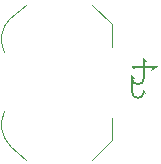
<source format=gbr>
G04 #@! TF.GenerationSoftware,KiCad,Pcbnew,5.1.5+dfsg1-2build2*
G04 #@! TF.CreationDate,2020-06-19T12:28:30-07:00*
G04 #@! TF.ProjectId,touch-circuit-v2,746f7563-682d-4636-9972-637569742d76,rev?*
G04 #@! TF.SameCoordinates,Original*
G04 #@! TF.FileFunction,Legend,Bot*
G04 #@! TF.FilePolarity,Positive*
%FSLAX46Y46*%
G04 Gerber Fmt 4.6, Leading zero omitted, Abs format (unit mm)*
G04 Created by KiCad (PCBNEW 5.1.5+dfsg1-2build2) date 2020-06-19 12:28:30*
%MOMM*%
%LPD*%
G04 APERTURE LIST*
%ADD10C,0.080000*%
%ADD11C,0.180000*%
%ADD12C,0.100000*%
G04 APERTURE END LIST*
D10*
G36*
X149919000Y-90590000D02*
G01*
X150444000Y-90265000D01*
X150194000Y-90265000D01*
X150019000Y-90515000D01*
X149919000Y-90590000D01*
G37*
X149919000Y-90590000D02*
X150444000Y-90265000D01*
X150194000Y-90265000D01*
X150019000Y-90515000D01*
X149919000Y-90590000D01*
G36*
X148419000Y-90390000D02*
G01*
X148344000Y-90265000D01*
X148569000Y-90265000D01*
X148569000Y-90315000D01*
X148419000Y-90390000D01*
G37*
X148419000Y-90390000D02*
X148344000Y-90265000D01*
X148569000Y-90265000D01*
X148569000Y-90315000D01*
X148419000Y-90390000D01*
G36*
X149469000Y-92540000D02*
G01*
X149269000Y-92240000D01*
X149294000Y-92440000D01*
X149344000Y-92440000D01*
X149469000Y-92540000D01*
G37*
X149469000Y-92540000D02*
X149269000Y-92240000D01*
X149294000Y-92440000D01*
X149344000Y-92440000D01*
X149469000Y-92540000D01*
G36*
X148494000Y-91290000D02*
G01*
X148294000Y-90990000D01*
X148294000Y-91190000D01*
X148344000Y-91190000D01*
X148494000Y-91290000D01*
G37*
X148494000Y-91290000D02*
X148294000Y-90990000D01*
X148294000Y-91190000D01*
X148344000Y-91190000D01*
X148494000Y-91290000D01*
D11*
X150244000Y-90315000D02*
X148494000Y-90315000D01*
X149344000Y-89740000D02*
X149344000Y-91290000D01*
X148344000Y-91190000D02*
X148344000Y-92440000D01*
X148344000Y-92440000D02*
G75*
G03X149344000Y-92440000I500000J0D01*
G01*
X148344000Y-91290000D02*
G75*
G03X149344000Y-91290000I500000J0D01*
G01*
D10*
G36*
X149494000Y-89840000D02*
G01*
X149294000Y-89540000D01*
X149294000Y-89740000D01*
X149344000Y-89740000D01*
X149494000Y-89840000D01*
G37*
X149494000Y-89840000D02*
X149294000Y-89540000D01*
X149294000Y-89740000D01*
X149344000Y-89740000D01*
X149494000Y-89840000D01*
D12*
X139390000Y-85061001D02*
X138040000Y-86211001D01*
X139390000Y-98161001D02*
X138040000Y-97011001D01*
X146640000Y-96511001D02*
X146640000Y-94611001D01*
X146640000Y-86711001D02*
X146640000Y-88611001D01*
X146640000Y-86711001D02*
X144990000Y-85061001D01*
X144990000Y-98161001D02*
X146640000Y-96511001D01*
X137543542Y-89109307D02*
G75*
G02X138040000Y-86211001I2296458J1098306D01*
G01*
X137542393Y-94115099D02*
G75*
G03X138040000Y-97011001I2297607J-1095902D01*
G01*
M02*

</source>
